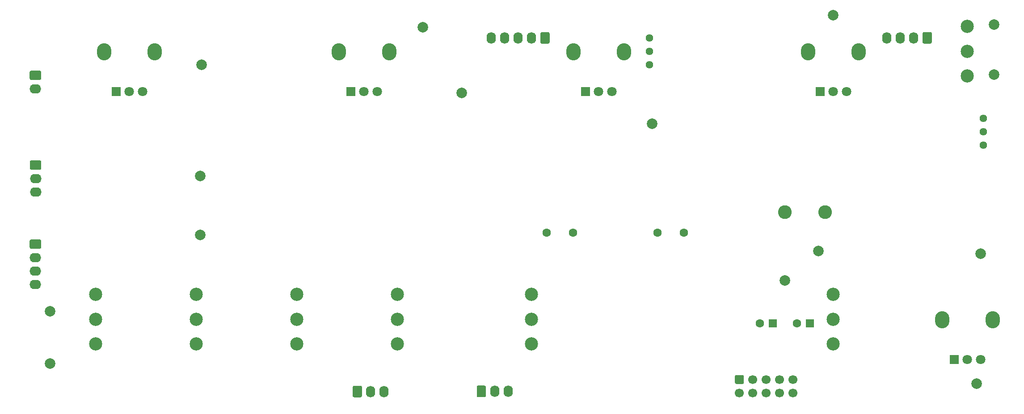
<source format=gts>
G04 #@! TF.GenerationSoftware,KiCad,Pcbnew,6.0.5+dfsg-1~bpo11+1*
G04 #@! TF.CreationDate,2022-08-14T17:12:48+00:00*
G04 #@! TF.ProjectId,ribbon_board,72696262-6f6e-45f6-926f-6172642e6b69,0*
G04 #@! TF.SameCoordinates,Original*
G04 #@! TF.FileFunction,Soldermask,Top*
G04 #@! TF.FilePolarity,Negative*
%FSLAX46Y46*%
G04 Gerber Fmt 4.6, Leading zero omitted, Abs format (unit mm)*
G04 Created by KiCad (PCBNEW 6.0.5+dfsg-1~bpo11+1) date 2022-08-14 17:12:48*
%MOMM*%
%LPD*%
G01*
G04 APERTURE LIST*
%ADD10C,2.500000*%
%ADD11O,2.720000X3.240000*%
%ADD12R,1.800000X1.800000*%
%ADD13C,1.800000*%
%ADD14O,1.740000X2.190000*%
%ADD15C,2.000000*%
%ADD16O,2.190000X1.740000*%
%ADD17C,1.600000*%
%ADD18R,1.600000X1.600000*%
%ADD19C,2.600000*%
%ADD20C,1.440000*%
%ADD21C,1.700000*%
G04 APERTURE END LIST*
D10*
X69850000Y-119000000D03*
X69850000Y-114300000D03*
X69850000Y-109600000D03*
D11*
X160300000Y-63620000D03*
X169900000Y-63620000D03*
D12*
X162600000Y-71120000D03*
D13*
X165100000Y-71120000D03*
X167600000Y-71120000D03*
D11*
X204750000Y-63620000D03*
X214350000Y-63620000D03*
D12*
X207050000Y-71120000D03*
D13*
X209550000Y-71120000D03*
X212050000Y-71120000D03*
D11*
X81000000Y-63620000D03*
X71400000Y-63620000D03*
D12*
X73700000Y-71120000D03*
D13*
X76200000Y-71120000D03*
X78700000Y-71120000D03*
D10*
X152400000Y-119000000D03*
X152400000Y-114300000D03*
X152400000Y-109600000D03*
X209550000Y-119000000D03*
X209550000Y-114300000D03*
X209550000Y-109600000D03*
X107950000Y-119000000D03*
X107950000Y-114300000D03*
X107950000Y-109600000D03*
D11*
X125450000Y-63620000D03*
X115850000Y-63620000D03*
D12*
X118150000Y-71120000D03*
D13*
X120650000Y-71120000D03*
X123150000Y-71120000D03*
D10*
X88900000Y-119000000D03*
X88900000Y-114300000D03*
X88900000Y-109600000D03*
X127000000Y-119000000D03*
X127000000Y-114300000D03*
X127000000Y-109600000D03*
X234950000Y-68200000D03*
X234950000Y-63500000D03*
X234950000Y-58800000D03*
D11*
X230150000Y-114430000D03*
X239750000Y-114430000D03*
D12*
X232450000Y-121930000D03*
D13*
X234950000Y-121930000D03*
X237450000Y-121930000D03*
G36*
G01*
X142005000Y-128841000D02*
X142005000Y-127151000D01*
G75*
G02*
X142255000Y-126901000I250000J0D01*
G01*
X143495000Y-126901000D01*
G75*
G02*
X143745000Y-127151000I0J-250000D01*
G01*
X143745000Y-128841000D01*
G75*
G02*
X143495000Y-129091000I-250000J0D01*
G01*
X142255000Y-129091000D01*
G75*
G02*
X142005000Y-128841000I0J250000D01*
G01*
G37*
D14*
X145415000Y-127996000D03*
X147955000Y-127996000D03*
D15*
X61214000Y-122682000D03*
X240030000Y-58420000D03*
G36*
G01*
X57575000Y-99206000D02*
X59265000Y-99206000D01*
G75*
G02*
X59515000Y-99456000I0J-250000D01*
G01*
X59515000Y-100696000D01*
G75*
G02*
X59265000Y-100946000I-250000J0D01*
G01*
X57575000Y-100946000D01*
G75*
G02*
X57325000Y-100696000I0J250000D01*
G01*
X57325000Y-99456000D01*
G75*
G02*
X57575000Y-99206000I250000J0D01*
G01*
G37*
D16*
X58420000Y-102616000D03*
X58420000Y-105156000D03*
X58420000Y-107696000D03*
D17*
X160234000Y-97917000D03*
X155234000Y-97917000D03*
D18*
X198120000Y-115062000D03*
D17*
X195620000Y-115062000D03*
D15*
X175260000Y-77216000D03*
X237490000Y-101854000D03*
X236728000Y-126492000D03*
G36*
G01*
X228200000Y-60115000D02*
X228200000Y-61805000D01*
G75*
G02*
X227950000Y-62055000I-250000J0D01*
G01*
X226710000Y-62055000D01*
G75*
G02*
X226460000Y-61805000I0J250000D01*
G01*
X226460000Y-60115000D01*
G75*
G02*
X226710000Y-59865000I250000J0D01*
G01*
X227950000Y-59865000D01*
G75*
G02*
X228200000Y-60115000I0J-250000D01*
G01*
G37*
D14*
X224790000Y-60960000D03*
X222250000Y-60960000D03*
X219710000Y-60960000D03*
D17*
X181229000Y-97917000D03*
X176229000Y-97917000D03*
D18*
X205144380Y-115062000D03*
D17*
X202644380Y-115062000D03*
D15*
X131826000Y-58928000D03*
D19*
X208026000Y-93980000D03*
X200406000Y-93980000D03*
G36*
G01*
X118510000Y-128861000D02*
X118510000Y-127171000D01*
G75*
G02*
X118760000Y-126921000I250000J0D01*
G01*
X120000000Y-126921000D01*
G75*
G02*
X120250000Y-127171000I0J-250000D01*
G01*
X120250000Y-128861000D01*
G75*
G02*
X120000000Y-129111000I-250000J0D01*
G01*
X118760000Y-129111000D01*
G75*
G02*
X118510000Y-128861000I0J250000D01*
G01*
G37*
D14*
X121920000Y-128016000D03*
X124460000Y-128016000D03*
G36*
G01*
X57575000Y-67202000D02*
X59265000Y-67202000D01*
G75*
G02*
X59515000Y-67452000I0J-250000D01*
G01*
X59515000Y-68692000D01*
G75*
G02*
X59265000Y-68942000I-250000J0D01*
G01*
X57575000Y-68942000D01*
G75*
G02*
X57325000Y-68692000I0J250000D01*
G01*
X57325000Y-67452000D01*
G75*
G02*
X57575000Y-67202000I250000J0D01*
G01*
G37*
D16*
X58420000Y-70612000D03*
D20*
X237998000Y-76200000D03*
X237998000Y-78740000D03*
X237998000Y-81280000D03*
D15*
X240030000Y-67945000D03*
X89916000Y-66040000D03*
G36*
G01*
X57595000Y-84220000D02*
X59285000Y-84220000D01*
G75*
G02*
X59535000Y-84470000I0J-250000D01*
G01*
X59535000Y-85710000D01*
G75*
G02*
X59285000Y-85960000I-250000J0D01*
G01*
X57595000Y-85960000D01*
G75*
G02*
X57345000Y-85710000I0J250000D01*
G01*
X57345000Y-84470000D01*
G75*
G02*
X57595000Y-84220000I250000J0D01*
G01*
G37*
D16*
X58440000Y-87630000D03*
X58440000Y-90170000D03*
D15*
X89662000Y-87122000D03*
X89662000Y-98298000D03*
X139192000Y-71374000D03*
G36*
G01*
X191170000Y-124880000D02*
X192370000Y-124880000D01*
G75*
G02*
X192620000Y-125130000I0J-250000D01*
G01*
X192620000Y-126330000D01*
G75*
G02*
X192370000Y-126580000I-250000J0D01*
G01*
X191170000Y-126580000D01*
G75*
G02*
X190920000Y-126330000I0J250000D01*
G01*
X190920000Y-125130000D01*
G75*
G02*
X191170000Y-124880000I250000J0D01*
G01*
G37*
D21*
X191770000Y-128270000D03*
X194310000Y-125730000D03*
X194310000Y-128270000D03*
X196850000Y-125730000D03*
X196850000Y-128270000D03*
X199390000Y-125730000D03*
X199390000Y-128270000D03*
X201930000Y-125730000D03*
X201930000Y-128270000D03*
D15*
X200406000Y-106934000D03*
X206756000Y-101346000D03*
D20*
X174752000Y-60950000D03*
X174752000Y-63490000D03*
X174752000Y-66030000D03*
D15*
X61214000Y-112776000D03*
G36*
G01*
X155810000Y-60135000D02*
X155810000Y-61825000D01*
G75*
G02*
X155560000Y-62075000I-250000J0D01*
G01*
X154320000Y-62075000D01*
G75*
G02*
X154070000Y-61825000I0J250000D01*
G01*
X154070000Y-60135000D01*
G75*
G02*
X154320000Y-59885000I250000J0D01*
G01*
X155560000Y-59885000D01*
G75*
G02*
X155810000Y-60135000I0J-250000D01*
G01*
G37*
D14*
X152400000Y-60980000D03*
X149860000Y-60980000D03*
X147320000Y-60980000D03*
X144780000Y-60980000D03*
D15*
X209550000Y-56642000D03*
M02*

</source>
